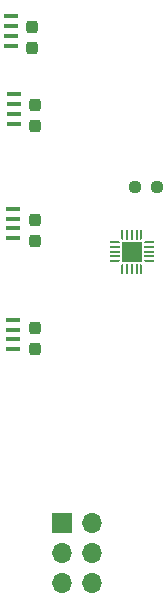
<source format=gbr>
%TF.GenerationSoftware,KiCad,Pcbnew,7.0.1*%
%TF.CreationDate,2024-01-19T17:32:14-06:00*%
%TF.ProjectId,Techno Buffalo,54656368-6e6f-4204-9275-6666616c6f2e,rev?*%
%TF.SameCoordinates,Original*%
%TF.FileFunction,Soldermask,Top*%
%TF.FilePolarity,Negative*%
%FSLAX46Y46*%
G04 Gerber Fmt 4.6, Leading zero omitted, Abs format (unit mm)*
G04 Created by KiCad (PCBNEW 7.0.1) date 2024-01-19 17:32:14*
%MOMM*%
%LPD*%
G01*
G04 APERTURE LIST*
G04 Aperture macros list*
%AMRoundRect*
0 Rectangle with rounded corners*
0 $1 Rounding radius*
0 $2 $3 $4 $5 $6 $7 $8 $9 X,Y pos of 4 corners*
0 Add a 4 corners polygon primitive as box body*
4,1,4,$2,$3,$4,$5,$6,$7,$8,$9,$2,$3,0*
0 Add four circle primitives for the rounded corners*
1,1,$1+$1,$2,$3*
1,1,$1+$1,$4,$5*
1,1,$1+$1,$6,$7*
1,1,$1+$1,$8,$9*
0 Add four rect primitives between the rounded corners*
20,1,$1+$1,$2,$3,$4,$5,0*
20,1,$1+$1,$4,$5,$6,$7,0*
20,1,$1+$1,$6,$7,$8,$9,0*
20,1,$1+$1,$8,$9,$2,$3,0*%
%AMFreePoly0*
4,1,14,0.334644,0.085355,0.385355,0.034644,0.400000,-0.000711,0.400000,-0.050000,0.385355,-0.085355,0.350000,-0.100000,-0.350000,-0.100000,-0.385355,-0.085355,-0.400000,-0.050000,-0.400000,0.050000,-0.385355,0.085355,-0.350000,0.100000,0.299289,0.100000,0.334644,0.085355,0.334644,0.085355,$1*%
%AMFreePoly1*
4,1,14,0.385355,0.085355,0.400000,0.050000,0.400000,0.000711,0.385355,-0.034644,0.334644,-0.085355,0.299289,-0.100000,-0.350000,-0.100000,-0.385355,-0.085355,-0.400000,-0.050000,-0.400000,0.050000,-0.385355,0.085355,-0.350000,0.100000,0.350000,0.100000,0.385355,0.085355,0.385355,0.085355,$1*%
%AMFreePoly2*
4,1,14,0.085355,0.385355,0.100000,0.350000,0.100000,-0.350000,0.085355,-0.385355,0.050000,-0.400000,-0.050000,-0.400000,-0.085355,-0.385355,-0.100000,-0.350000,-0.100000,0.299289,-0.085355,0.334644,-0.034644,0.385355,0.000711,0.400000,0.050000,0.400000,0.085355,0.385355,0.085355,0.385355,$1*%
%AMFreePoly3*
4,1,14,0.034644,0.385355,0.085355,0.334644,0.100000,0.299289,0.100000,-0.350000,0.085355,-0.385355,0.050000,-0.400000,-0.050000,-0.400000,-0.085355,-0.385355,-0.100000,-0.350000,-0.100000,0.350000,-0.085355,0.385355,-0.050000,0.400000,-0.000711,0.400000,0.034644,0.385355,0.034644,0.385355,$1*%
%AMFreePoly4*
4,1,14,0.385355,0.085355,0.400000,0.050000,0.400000,-0.050000,0.385355,-0.085355,0.350000,-0.100000,-0.299289,-0.100000,-0.334644,-0.085354,-0.385355,-0.034644,-0.400000,0.000711,-0.400000,0.050000,-0.385355,0.085355,-0.350000,0.100000,0.350000,0.100000,0.385355,0.085355,0.385355,0.085355,$1*%
%AMFreePoly5*
4,1,14,0.385355,0.085355,0.400000,0.050000,0.400000,-0.050000,0.385355,-0.085355,0.350000,-0.100000,-0.350000,-0.100000,-0.385355,-0.085355,-0.400000,-0.050000,-0.400000,-0.000711,-0.385355,0.034644,-0.334643,0.085355,-0.299289,0.100000,0.350000,0.100000,0.385355,0.085355,0.385355,0.085355,$1*%
%AMFreePoly6*
4,1,14,0.085355,0.385355,0.100000,0.350000,0.100000,-0.299289,0.085355,-0.334644,0.034644,-0.385355,-0.000711,-0.400000,-0.050000,-0.400000,-0.085355,-0.385355,-0.100000,-0.350000,-0.100000,0.350000,-0.085355,0.385355,-0.050000,0.400000,0.050000,0.400000,0.085355,0.385355,0.085355,0.385355,$1*%
%AMFreePoly7*
4,1,14,0.085355,0.385355,0.100000,0.350000,0.100000,-0.350000,0.085355,-0.385355,0.050000,-0.400000,0.000711,-0.400000,-0.034644,-0.385355,-0.085355,-0.334644,-0.100000,-0.299289,-0.100000,0.350000,-0.085355,0.385355,-0.050000,0.400000,0.050000,0.400000,0.085355,0.385355,0.085355,0.385355,$1*%
G04 Aperture macros list end*
%ADD10RoundRect,0.237500X-0.250000X-0.237500X0.250000X-0.237500X0.250000X0.237500X-0.250000X0.237500X0*%
%ADD11RoundRect,0.237500X0.237500X-0.300000X0.237500X0.300000X-0.237500X0.300000X-0.237500X-0.300000X0*%
%ADD12R,1.200000X0.450000*%
%ADD13FreePoly0,0.000000*%
%ADD14RoundRect,0.050000X-0.350000X-0.050000X0.350000X-0.050000X0.350000X0.050000X-0.350000X0.050000X0*%
%ADD15FreePoly1,0.000000*%
%ADD16FreePoly2,0.000000*%
%ADD17RoundRect,0.050000X-0.050000X-0.350000X0.050000X-0.350000X0.050000X0.350000X-0.050000X0.350000X0*%
%ADD18FreePoly3,0.000000*%
%ADD19FreePoly4,0.000000*%
%ADD20FreePoly5,0.000000*%
%ADD21FreePoly6,0.000000*%
%ADD22FreePoly7,0.000000*%
%ADD23R,1.700000X1.700000*%
%ADD24O,1.700000X1.700000*%
G04 APERTURE END LIST*
D10*
%TO.C,R1*%
X105783500Y-115316000D03*
X107608500Y-115316000D03*
%TD*%
D11*
%TO.C,C2*%
X97282000Y-110082500D03*
X97282000Y-108357500D03*
%TD*%
D12*
%TO.C,D36*%
X95504000Y-109962000D03*
X95504000Y-109122000D03*
X95504000Y-108282000D03*
X95504000Y-107442000D03*
%TD*%
D11*
%TO.C,C3*%
X97282000Y-119835000D03*
X97282000Y-118110000D03*
%TD*%
%TO.C,C4*%
X97282000Y-128979000D03*
X97282000Y-127254000D03*
%TD*%
D12*
%TO.C,D37*%
X95416000Y-119624000D03*
X95416000Y-118784000D03*
X95416000Y-117944000D03*
X95416000Y-117104000D03*
%TD*%
%TO.C,D38*%
X95416000Y-129022000D03*
X95416000Y-128182000D03*
X95416000Y-127342000D03*
X95416000Y-126502000D03*
%TD*%
D11*
%TO.C,C1*%
X97028000Y-103478500D03*
X97028000Y-101753500D03*
%TD*%
D12*
%TO.C,D35*%
X95250000Y-103358000D03*
X95250000Y-102518000D03*
X95250000Y-101678000D03*
X95250000Y-100838000D03*
%TD*%
D13*
%TO.C,U1*%
X104034000Y-119958000D03*
D14*
X104034000Y-120358000D03*
X104034000Y-120758000D03*
X104034000Y-121158000D03*
D15*
X104034000Y-121558000D03*
D16*
X104684000Y-122208000D03*
D17*
X105084000Y-122208000D03*
X105484000Y-122208000D03*
X105884000Y-122208000D03*
D18*
X106284000Y-122208000D03*
D19*
X106934000Y-121558000D03*
D14*
X106934000Y-121158000D03*
X106934000Y-120758000D03*
X106934000Y-120358000D03*
D20*
X106934000Y-119958000D03*
D21*
X106284000Y-119308000D03*
D17*
X105884000Y-119308000D03*
X105484000Y-119308000D03*
X105084000Y-119308000D03*
D22*
X104684000Y-119308000D03*
D23*
X105484000Y-120758000D03*
%TD*%
%TO.C,J3*%
X99568000Y-143764000D03*
D24*
X102108000Y-143764000D03*
X99568000Y-146304000D03*
X102108000Y-146304000D03*
X99568000Y-148844000D03*
X102108000Y-148844000D03*
%TD*%
M02*

</source>
